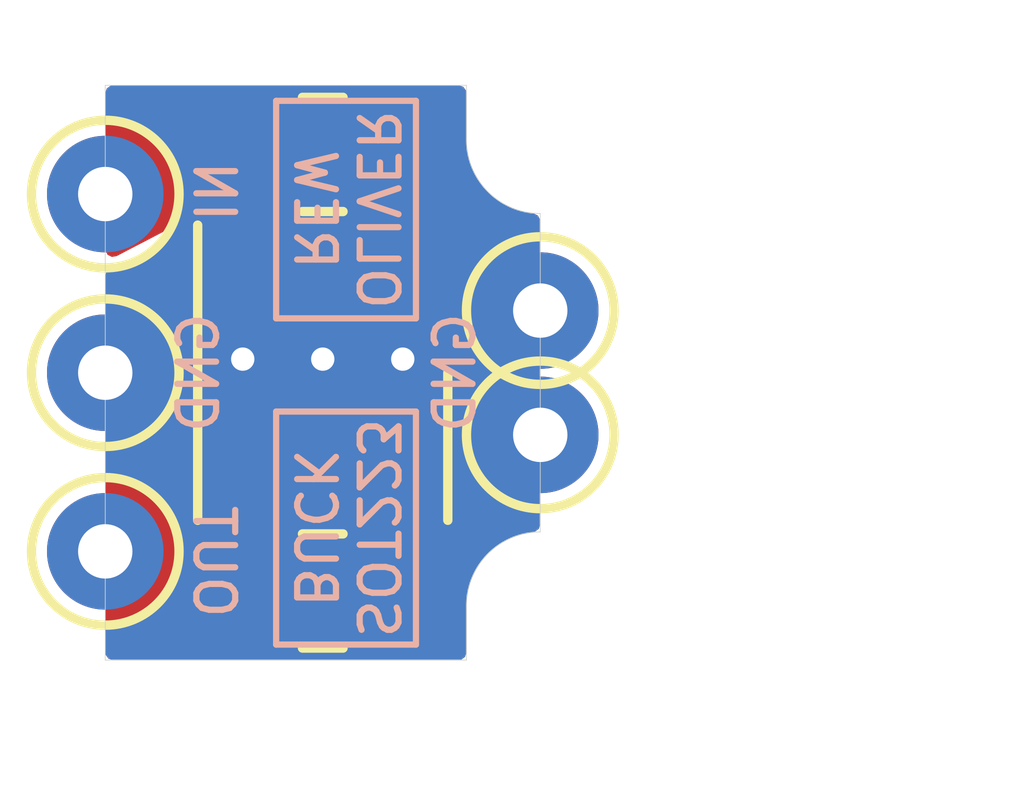
<source format=kicad_pcb>
(kicad_pcb (version 20221018) (generator pcbnew)
  (layers (0 "F.Cu" signal) (31 "B.Cu" signal) (34 "B.Paste" user) (35 "F.Paste" user) (36 "B.SilkS" user "B.Silkscreen") (37 "F.SilkS" user "F.Silkscreen") (38 "B.Mask" user) (39 "F.Mask" user) (44 "Edge.Cuts" user))
  (net 0 "")
  (net 1 "GND")
  (net 2 "VDD")
  (net 3 "+5V")
  (footprint "TestPoint:TestPoint_THTPad_D1.5mm_Drill0.7mm" (layer "F.Cu") (at 83 57.8)
    (fp_text reference "J2" hide)
    (fp_text value "Conn_01x01_Pin" hide)
    (fp_circle (center 0 0) (end 0 0.95) (stroke (width 0.12)) (fill none) (layer "F.SilkS"))
    (pad "1" thru_hole circle locked (at 0 0) (size 1.5 1.5) (drill 0.7) (layers "*.Cu" "*.Mask") (net 1 "GND"))
  )
  (footprint "TestPoint:TestPoint_THTPad_D1.5mm_Drill0.7mm" (layer "F.Cu") (at 88.6 57)
    (fp_text reference "J5" hide)
    (fp_text value "Conn_01x01_Pin")
    (fp_circle (center 0 0) (end 0 0.95) (stroke (width 0.12)) (fill none) (layer "F.SilkS"))
    (pad "1" thru_hole circle locked (at 0 0) (size 1.5 1.5) (drill 0.7) (layers "*.Cu" "*.Mask") (net 1 "GND"))
  )
  (footprint "Package_LGA:Texas_SIL0010A_MicroSiP-10-1EP_3.8x3mm_P0.6mm_EP0.7x2.9mm_ThermalVias" (layer "F.Cu") (at 85.8 57.8 -90)
    (fp_text reference "U1" hide)
    (fp_text value "LMZM23600")
    (fp_line (start -1.9 1.61) (end 1.9 1.61) (stroke (width 0.12)) (layer "F.SilkS"))
    (fp_line (start 0 -1.61) (end 1.9 -1.61) (stroke (width 0.12)) (layer "F.SilkS"))
    (pad "1" smd roundrect (at -1.525 -1.2 270) (size 0.8 0.45) (layers "F.Cu" "F.Paste" "F.Mask") (net 1 "GND"))
    (pad "2" smd roundrect (at -1.525 -0.6 270) (size 0.8 0.45) (layers "F.Cu" "F.Paste" "F.Mask") (net 1 "GND"))
    (pad "3" smd roundrect (at -1.525 0 270) (size 0.8 0.45) (layers "F.Cu" "F.Paste" "F.Mask") (net 2 "VDD"))
    (pad "4" smd roundrect (at -1.525 0.6 270) (size 0.8 0.45) (layers "F.Cu" "F.Paste" "F.Mask") (net 2 "VDD"))
    (pad "5" smd roundrect (at -1.525 1.2 270) (size 0.8 0.45) (layers "F.Cu" "F.Paste" "F.Mask"))
    (pad "6" smd roundrect (at 1.525 1.2 270) (size 0.8 0.45) (layers "F.Cu" "F.Paste" "F.Mask") (net 3 "+5V"))
    (pad "7" smd roundrect (at 1.525 0.6 270) (size 0.8 0.45) (layers "F.Cu" "F.Paste" "F.Mask") (net 3 "+5V"))
    (pad "8" smd roundrect (at 1.525 0 270) (size 0.8 0.45) (layers "F.Cu" "F.Paste" "F.Mask"))
    (pad "9" smd roundrect (at 1.525 -0.6 270) (size 0.8 0.45) (layers "F.Cu" "F.Paste" "F.Mask"))
    (pad "10" smd roundrect (at 1.525 -1.2 270) (size 0.8 0.45) (layers "F.Cu" "F.Paste" "F.Mask"))
    (pad "11" thru_hole circle (at -0.175 -1.03 270) (size 0.5 0.5) (drill 0.3) (layers "*.Cu") (net 1 "GND"))
    (pad "11" thru_hole circle (at -0.175 0 270) (size 0.5 0.5) (drill 0.3) (layers "*.Cu") (net 1 "GND"))
    (pad "11" smd rect (at -0.175 0 270) (size 0.5 2.56) (layers "B.Cu") (net 1 "GND"))
    (pad "11" smd rect (at -0.175 0 270) (size 0.7 2.9) (layers "F.Cu" "F.Mask") (net 1 "GND"))
    (pad "11" thru_hole circle (at -0.175 1.03 270) (size 0.5 0.5) (drill 0.3) (layers "*.Cu") (net 1 "GND"))
  )
  (footprint "TestPoint:TestPoint_THTPad_D1.5mm_Drill0.7mm" (layer "F.Cu") (at 83 60.1)
    (fp_text reference "J3" hide)
    (fp_text value "Conn_01x01_Pin" hide)
    (fp_circle (center 0 0) (end 0 0.95) (stroke (width 0.12)) (fill none) (layer "F.SilkS"))
    (pad "1" thru_hole circle locked (at 0 0) (size 1.5 1.5) (drill 0.7) (layers "*.Cu" "*.Mask") (net 3 "+5V"))
  )
  (footprint "Capacitor_SMD:C_0805_2012Metric" (layer "F.Cu") (at 85.8 60.61)
    (fp_text reference "C2" hide)
    (fp_text value "22uF")
    (fp_line (start -0.261252 -0.735) (end 0.261252 -0.735) (stroke (width 0.12)) (layer "F.SilkS"))
    (fp_line (start -0.261252 0.735) (end 0.261252 0.735) (stroke (width 0.12)) (layer "F.SilkS"))
    (pad "1" smd roundrect (at -0.95 0) (size 1 1.45) (layers "F.Cu" "F.Paste" "F.Mask") (net 3 "+5V"))
    (pad "2" smd roundrect (at 0.95 0) (size 1 1.45) (layers "F.Cu" "F.Paste" "F.Mask") (net 1 "GND"))
  )
  (footprint "Capacitor_SMD:C_0805_2012Metric" (layer "F.Cu") (at 85.8 54.99)
    (fp_text reference "C1" hide)
    (fp_text value "10uF")
    (fp_line (start -0.261252 -0.735) (end 0.261252 -0.735) (stroke (width 0.12)) (layer "F.SilkS"))
    (fp_line (start -0.261252 0.735) (end 0.261252 0.735) (stroke (width 0.12)) (layer "F.SilkS"))
    (pad "1" smd roundrect (at -0.95 0) (size 1 1.45) (layers "F.Cu" "F.Paste" "F.Mask") (net 2 "VDD"))
    (pad "2" smd roundrect (at 0.95 0) (size 1 1.45) (layers "F.Cu" "F.Paste" "F.Mask") (net 1 "GND"))
  )
  (footprint "TestPoint:TestPoint_THTPad_D1.5mm_Drill0.7mm" (layer "F.Cu") (at 83 55.5)
    (fp_text reference "J1" hide)
    (fp_text value "Conn_01x01_Pin" hide)
    (fp_circle (center 0 0) (end 0 0.95) (stroke (width 0.12)) (fill none) (layer "F.SilkS"))
    (pad "1" thru_hole circle locked (at 0 0) (size 1.5 1.5) (drill 0.7) (layers "*.Cu" "*.Mask") (net 2 "VDD"))
  )
  (footprint "TestPoint:TestPoint_THTPad_D1.5mm_Drill0.7mm" (layer "F.Cu") (at 88.6 58.6)
    (fp_text reference "J4" hide)
    (fp_text value "Conn_01x01_Pin" hide)
    (fp_circle (center 0 0) (end 0 0.95) (stroke (width 0.12)) (fill none) (layer "F.SilkS"))
    (pad "1" thru_hole circle locked (at 0 0) (size 1.5 1.5) (drill 0.7) (layers "*.Cu" "*.Mask") (net 1 "GND"))
  )
  (gr_line (start 87 61.3) (end 85.2 61.3) (stroke (width 0.08)) (layer "B.SilkS"))
  (gr_line (start 87 54.3) (end 87 57.1) (stroke (width 0.08)) (layer "B.SilkS"))
  (gr_line (start 85.2 58.3) (end 87 58.3) (stroke (width 0.08)) (layer "B.SilkS"))
  (gr_line (start 85.2 61.3) (end 85.2 58.3) (stroke (width 0.08)) (layer "B.SilkS"))
  (gr_line (start 87 57.1) (end 85.2 57.1) (stroke (width 0.08)) (layer "B.SilkS"))
  (gr_line (start 85.2 57.1) (end 85.2 54.3) (stroke (width 0.08)) (layer "B.SilkS"))
  (gr_line (start 85.2 54.3) (end 87 54.3) (stroke (width 0.08)) (layer "B.SilkS"))
  (gr_line (start 87 58.3) (end 87 61.3) (stroke (width 0.08)) (layer "B.SilkS"))
  (gr_line (start 87.650001 60.8) (end 87.65 61.5) (stroke (width 0.01)) (layer "Edge.Cuts"))
  (gr_arc (start 88.6 55.749999) (mid 87.92825 55.471751) (end 87.650001 54.8) (stroke (width 0.01)) (layer "Edge.Cuts"))
  (gr_line (start 87.65 54.1) (end 87.650001 54.8) (stroke (width 0.01)) (layer "Edge.Cuts"))
  (gr_line (start 88.6 55.75) (end 88.6 59.85) (stroke (width 0.01)) (layer "Edge.Cuts"))
  (gr_line (start 83 54.1) (end 87.65 54.1) (stroke (width 0.01)) (layer "Edge.Cuts"))
  (gr_arc (start 87.650001 60.8) (mid 87.928249 60.12825) (end 88.6 59.850001) (stroke (width 0.01)) (layer "Edge.Cuts"))
  (gr_line (start 83 61.5) (end 83 54.1) (stroke (width 0.01)) (layer "Edge.Cuts"))
  (gr_line (start 87.65 61.5) (end 83 61.5) (stroke (width 0.01)) (layer "Edge.Cuts"))
  (gr_text "GND" (at 87.5 57.8 90) (layer "B.SilkS") (effects (font (size 0.5 0.5) (thickness 0.08)) (justify mirror)))
  (gr_text "OUT" (at 84.4 61 -90) (layer "B.SilkS") (effects (font (size 0.5 0.5) (thickness 0.08)) (justify left mirror)))
  (gr_text "OLIVER\nREW" (at 86.1 55.7 -90) (layer "B.SilkS") (effects (font (size 0.5 0.5) (thickness 0.08)) (justify mirror)))
  (gr_text "IN" (at 84.4 55.9 -90) (layer "B.SilkS") (effects (font (size 0.5 0.5) (thickness 0.08)) (justify left mirror)))
  (gr_text "SOT223\nBUCK" (at 86.1 59.8 -90) (layer "B.SilkS") (effects (font (size 0.5 0.5) (thickness 0.08)) (justify mirror)))
  (gr_text "GND" (at 84.2 57.8 90) (layer "B.SilkS") (effects (font (size 0.5 0.5) (thickness 0.08)) (justify mirror)))
  (zone (net 3) (net_name "+5V") (layer "F.Cu") (priority 1) (connect_pads yes (clearance 0.2)) (min_thickness 0.2) (fill yes (thermal_gap 0.5) (thermal_bridge_width 0.5))
    (polygon (pts (xy 85.425 58.925) (xy 85.425 61.5) (xy 83 61.5) (xy 83 58.925) (xy 84.375 58.925)))
  )
  (zone (net 2) (net_name "VDD") (layer "F.Cu") (priority 2) (connect_pads yes (clearance 0.2)) (min_thickness 0.2) (fill yes (thermal_gap 0.5) (thermal_bridge_width 0.5))
    (polygon (pts (xy 86.025 56.675) (xy 86.025 55.875) (xy 86.025 54.1) (xy 83 54.1) (xy 83 56.375) (xy 84.25 55.725) (xy 84.975 55.725) (xy 84.975 56.675)))
  )
  (zone (net 1) (net_name "GND") (layers "F&B.Cu") (connect_pads yes (clearance 0.2)) (min_thickness 0.2) (fill yes (thermal_gap 0.5) (thermal_bridge_width 0.5))
    (polygon (pts (xy 82 53.25) (xy 82 62.25) (xy 89.75 62.25) (xy 89.75 53.25)))
  )
)
</source>
